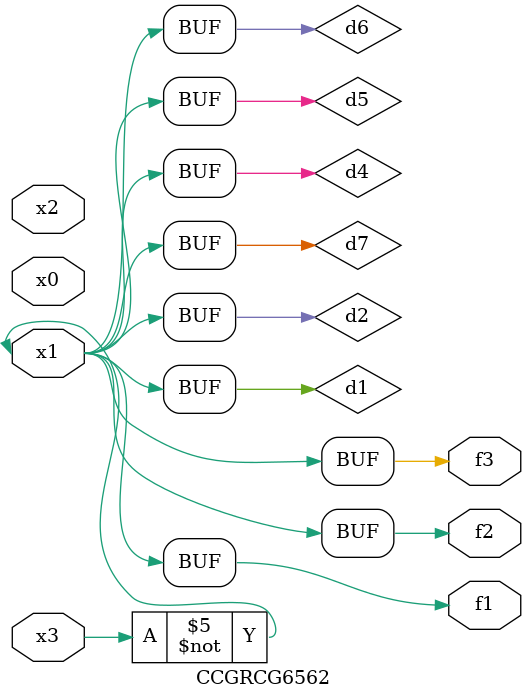
<source format=v>
module CCGRCG6562(
	input x0, x1, x2, x3,
	output f1, f2, f3
);

	wire d1, d2, d3, d4, d5, d6, d7;

	not (d1, x3);
	buf (d2, x1);
	xnor (d3, d1, d2);
	nor (d4, d1);
	buf (d5, d1, d2);
	buf (d6, d4, d5);
	nand (d7, d4);
	assign f1 = d6;
	assign f2 = d7;
	assign f3 = d6;
endmodule

</source>
